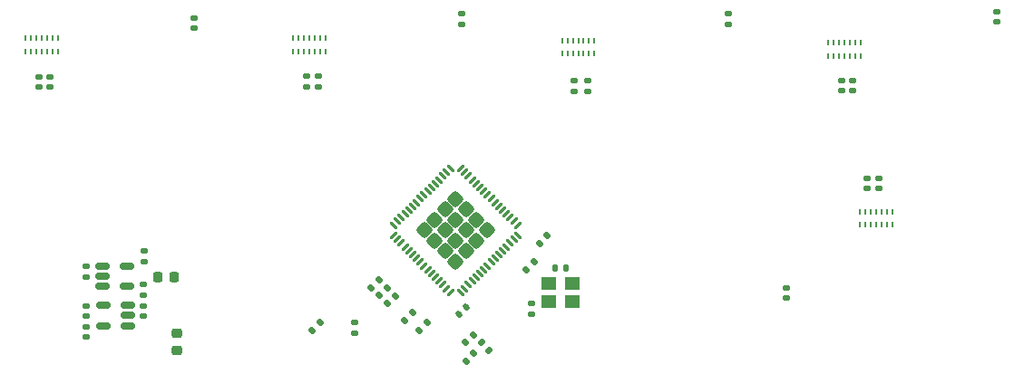
<source format=gtp>
G04 #@! TF.GenerationSoftware,KiCad,Pcbnew,(6.0.8)*
G04 #@! TF.CreationDate,2023-07-25T16:12:09-04:00*
G04 #@! TF.ProjectId,Hybrid USB Hub (USB3.0),48796272-6964-4205-9553-422048756220,v1.0*
G04 #@! TF.SameCoordinates,Original*
G04 #@! TF.FileFunction,Paste,Top*
G04 #@! TF.FilePolarity,Positive*
%FSLAX46Y46*%
G04 Gerber Fmt 4.6, Leading zero omitted, Abs format (unit mm)*
G04 Created by KiCad (PCBNEW (6.0.8)) date 2023-07-25 16:12:09*
%MOMM*%
%LPD*%
G01*
G04 APERTURE LIST*
G04 Aperture macros list*
%AMRoundRect*
0 Rectangle with rounded corners*
0 $1 Rounding radius*
0 $2 $3 $4 $5 $6 $7 $8 $9 X,Y pos of 4 corners*
0 Add a 4 corners polygon primitive as box body*
4,1,4,$2,$3,$4,$5,$6,$7,$8,$9,$2,$3,0*
0 Add four circle primitives for the rounded corners*
1,1,$1+$1,$2,$3*
1,1,$1+$1,$4,$5*
1,1,$1+$1,$6,$7*
1,1,$1+$1,$8,$9*
0 Add four rect primitives between the rounded corners*
20,1,$1+$1,$2,$3,$4,$5,0*
20,1,$1+$1,$4,$5,$6,$7,0*
20,1,$1+$1,$6,$7,$8,$9,0*
20,1,$1+$1,$8,$9,$2,$3,0*%
G04 Aperture macros list end*
%ADD10RoundRect,0.140000X-0.170000X0.140000X-0.170000X-0.140000X0.170000X-0.140000X0.170000X0.140000X0*%
%ADD11RoundRect,0.135000X-0.035355X0.226274X-0.226274X0.035355X0.035355X-0.226274X0.226274X-0.035355X0*%
%ADD12RoundRect,0.140000X0.170000X-0.140000X0.170000X0.140000X-0.170000X0.140000X-0.170000X-0.140000X0*%
%ADD13RoundRect,0.135000X0.035355X-0.226274X0.226274X-0.035355X-0.035355X0.226274X-0.226274X0.035355X0*%
%ADD14R,0.200000X0.499999*%
%ADD15RoundRect,0.150000X-0.512500X-0.150000X0.512500X-0.150000X0.512500X0.150000X-0.512500X0.150000X0*%
%ADD16RoundRect,0.150000X0.512500X0.150000X-0.512500X0.150000X-0.512500X-0.150000X0.512500X-0.150000X0*%
%ADD17RoundRect,0.147500X0.172500X-0.147500X0.172500X0.147500X-0.172500X0.147500X-0.172500X-0.147500X0*%
%ADD18RoundRect,0.250001X0.000000X0.501576X-0.501576X0.000000X0.000000X-0.501576X0.501576X0.000000X0*%
%ADD19RoundRect,0.062500X0.220971X0.309359X-0.309359X-0.220971X-0.220971X-0.309359X0.309359X0.220971X0*%
%ADD20RoundRect,0.062500X-0.220971X0.309359X-0.309359X0.220971X0.220971X-0.309359X0.309359X-0.220971X0*%
%ADD21RoundRect,0.140000X0.140000X0.170000X-0.140000X0.170000X-0.140000X-0.170000X0.140000X-0.170000X0*%
%ADD22RoundRect,0.140000X-0.021213X0.219203X-0.219203X0.021213X0.021213X-0.219203X0.219203X-0.021213X0*%
%ADD23RoundRect,0.135000X-0.185000X0.135000X-0.185000X-0.135000X0.185000X-0.135000X0.185000X0.135000X0*%
%ADD24RoundRect,0.225000X0.250000X-0.225000X0.250000X0.225000X-0.250000X0.225000X-0.250000X-0.225000X0*%
%ADD25R,1.400000X1.200000*%
%ADD26RoundRect,0.135000X-0.226274X-0.035355X-0.035355X-0.226274X0.226274X0.035355X0.035355X0.226274X0*%
%ADD27RoundRect,0.225000X-0.225000X-0.250000X0.225000X-0.250000X0.225000X0.250000X-0.225000X0.250000X0*%
G04 APERTURE END LIST*
D10*
X117863750Y-118915000D03*
X117863750Y-119875000D03*
D11*
X139870000Y-116480000D03*
X139148752Y-117201248D03*
D12*
X109170000Y-98480000D03*
X109170000Y-97520000D03*
X158120000Y-98830000D03*
X158120000Y-97870000D03*
D11*
X148680624Y-121619376D03*
X147959376Y-122340624D03*
D10*
X154070000Y-118700000D03*
X154070000Y-119660000D03*
D13*
X143648752Y-121201248D03*
X144370000Y-120480000D03*
D12*
X117868750Y-117900000D03*
X117868750Y-116940000D03*
D14*
X134870000Y-93880000D03*
X134370001Y-93880000D03*
X133869999Y-93880000D03*
X133370000Y-93880000D03*
X132869998Y-93880000D03*
X132369999Y-93880000D03*
X131870000Y-93880000D03*
X131870000Y-95130000D03*
X132369999Y-95130000D03*
X132869998Y-95130000D03*
X133370000Y-95130000D03*
X133869999Y-95130000D03*
X134370001Y-95130000D03*
X134870000Y-95130000D03*
D15*
X114093750Y-115195000D03*
X114093750Y-116145000D03*
X114093750Y-117095000D03*
X116368750Y-117095000D03*
X116368750Y-115195000D03*
D10*
X112563750Y-118915000D03*
X112563750Y-119875000D03*
X112568750Y-120890000D03*
X112568750Y-121850000D03*
D16*
X116401250Y-120770000D03*
X116401250Y-119820000D03*
X116401250Y-118870000D03*
X114126250Y-118870000D03*
X114126250Y-120770000D03*
D17*
X172520000Y-92565000D03*
X172520000Y-91595000D03*
X197520000Y-92365000D03*
X197520000Y-91395000D03*
D18*
X145080912Y-110885456D03*
X146053184Y-113802272D03*
X147025456Y-114774543D03*
X148970000Y-110885456D03*
X144108641Y-111857728D03*
X147997728Y-109913184D03*
X147025456Y-112830000D03*
X147025456Y-108940913D03*
X148970000Y-112830000D03*
X147997728Y-111857728D03*
X147997728Y-113802272D03*
X146053184Y-109913184D03*
X147025456Y-110885456D03*
X146053184Y-111857728D03*
X149942271Y-111857728D03*
X145080912Y-112830000D03*
D19*
X152814893Y-111371592D03*
X152461339Y-111018039D03*
X152107786Y-110664485D03*
X151754233Y-110310932D03*
X151400679Y-109957379D03*
X151047126Y-109603825D03*
X150693572Y-109250272D03*
X150340019Y-108896718D03*
X149986466Y-108543165D03*
X149632912Y-108189612D03*
X149279359Y-107836058D03*
X148925805Y-107482505D03*
X148572252Y-107128951D03*
X148218699Y-106775398D03*
X147865145Y-106421845D03*
X147511592Y-106068291D03*
D20*
X146539320Y-106068291D03*
X146185767Y-106421845D03*
X145832213Y-106775398D03*
X145478660Y-107128951D03*
X145125107Y-107482505D03*
X144771553Y-107836058D03*
X144418000Y-108189612D03*
X144064446Y-108543165D03*
X143710893Y-108896718D03*
X143357340Y-109250272D03*
X143003786Y-109603825D03*
X142650233Y-109957379D03*
X142296679Y-110310932D03*
X141943126Y-110664485D03*
X141589573Y-111018039D03*
X141236019Y-111371592D03*
D19*
X141236019Y-112343864D03*
X141589573Y-112697417D03*
X141943126Y-113050971D03*
X142296679Y-113404524D03*
X142650233Y-113758077D03*
X143003786Y-114111631D03*
X143357340Y-114465184D03*
X143710893Y-114818738D03*
X144064446Y-115172291D03*
X144418000Y-115525844D03*
X144771553Y-115879398D03*
X145125107Y-116232951D03*
X145478660Y-116586505D03*
X145832213Y-116940058D03*
X146185767Y-117293611D03*
X146539320Y-117647165D03*
D20*
X147511592Y-117647165D03*
X147865145Y-117293611D03*
X148218699Y-116940058D03*
X148572252Y-116586505D03*
X148925805Y-116232951D03*
X149279359Y-115879398D03*
X149632912Y-115525844D03*
X149986466Y-115172291D03*
X150340019Y-114818738D03*
X150693572Y-114465184D03*
X151047126Y-114111631D03*
X151400679Y-113758077D03*
X151754233Y-113404524D03*
X152107786Y-113050971D03*
X152461339Y-112697417D03*
X152814893Y-112343864D03*
D21*
X157299712Y-115363920D03*
X156339712Y-115363920D03*
D22*
X147995000Y-119030000D03*
X147316178Y-119708822D03*
D11*
X142991248Y-119558752D03*
X142270000Y-120280000D03*
D14*
X159970000Y-94105000D03*
X159470001Y-94105000D03*
X158969999Y-94105000D03*
X158470000Y-94105000D03*
X157969998Y-94105000D03*
X157469999Y-94105000D03*
X156970000Y-94105000D03*
X156970000Y-95355000D03*
X157469999Y-95355000D03*
X157969998Y-95355000D03*
X158470000Y-95355000D03*
X158969999Y-95355000D03*
X159470001Y-95355000D03*
X159970000Y-95355000D03*
D23*
X137620000Y-120479999D03*
X137620000Y-121499999D03*
D24*
X121018750Y-123045000D03*
X121018750Y-121495000D03*
D12*
X134170000Y-98410000D03*
X134170000Y-97450000D03*
X159320000Y-98830000D03*
X159320000Y-97870000D03*
D14*
X184820002Y-94305000D03*
X184320003Y-94305000D03*
X183820001Y-94305000D03*
X183320002Y-94305000D03*
X182820000Y-94305000D03*
X182320001Y-94305000D03*
X181820002Y-94305000D03*
X181820002Y-95555000D03*
X182320001Y-95555000D03*
X182820000Y-95555000D03*
X183320002Y-95555000D03*
X183820001Y-95555000D03*
X184320003Y-95555000D03*
X184820002Y-95555000D03*
D11*
X141380624Y-117969376D03*
X140659376Y-118690624D03*
D10*
X185470000Y-106970000D03*
X185470000Y-107930000D03*
X112531250Y-115240000D03*
X112531250Y-116200000D03*
D11*
X148730624Y-123369376D03*
X148009376Y-124090624D03*
D10*
X177870000Y-117250000D03*
X177870000Y-118210000D03*
D13*
X153609376Y-115540624D03*
X154330624Y-114819376D03*
D25*
X155725168Y-118541648D03*
X157925168Y-118541648D03*
X157925168Y-116841648D03*
X155725168Y-116841648D03*
D26*
X149420000Y-122330000D03*
X150141248Y-123051248D03*
D14*
X109870001Y-93880000D03*
X109370002Y-93880000D03*
X108870000Y-93880000D03*
X108370001Y-93880000D03*
X107869999Y-93880000D03*
X107370000Y-93880000D03*
X106870001Y-93880000D03*
X106870001Y-95130000D03*
X107370000Y-95130000D03*
X107869999Y-95130000D03*
X108370001Y-95130000D03*
X108870000Y-95130000D03*
X109370002Y-95130000D03*
X109870001Y-95130000D03*
D27*
X119193750Y-116220000D03*
X120743750Y-116220000D03*
D12*
X184070000Y-98780000D03*
X184070000Y-97820000D03*
X108095000Y-98480000D03*
X108095000Y-97520000D03*
X183070000Y-98780000D03*
X183070000Y-97820000D03*
D13*
X133648752Y-121201248D03*
X134370000Y-120480000D03*
D12*
X117943750Y-114750000D03*
X117943750Y-113790000D03*
X133070000Y-98410000D03*
X133070000Y-97450000D03*
D13*
X154839376Y-113060624D03*
X155560624Y-112339376D03*
D17*
X147570000Y-92565000D03*
X147570000Y-91595000D03*
X122620000Y-92965000D03*
X122620000Y-91995000D03*
D13*
X139909376Y-117940624D03*
X140630624Y-117219376D03*
D14*
X184770000Y-111355000D03*
X185269999Y-111355000D03*
X185770001Y-111355000D03*
X186270000Y-111355000D03*
X186770002Y-111355000D03*
X187270001Y-111355000D03*
X187770000Y-111355000D03*
X187770000Y-110105000D03*
X187270001Y-110105000D03*
X186770002Y-110105000D03*
X186270000Y-110105000D03*
X185770001Y-110105000D03*
X185269999Y-110105000D03*
X184770000Y-110105000D03*
D10*
X186570000Y-106970000D03*
X186570000Y-107930000D03*
M02*

</source>
